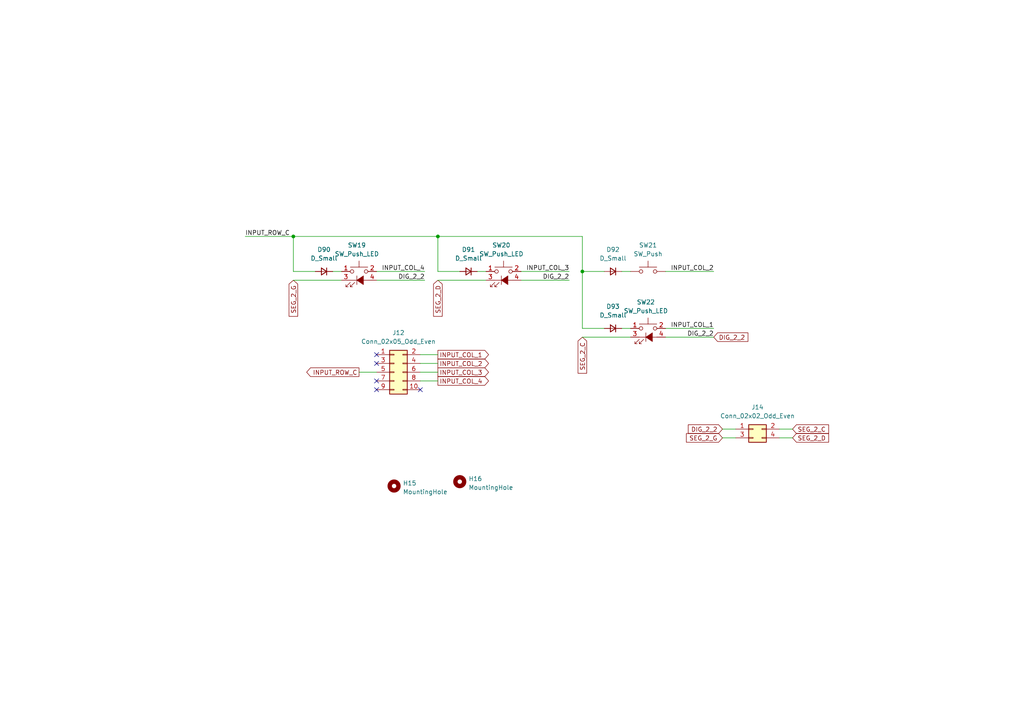
<source format=kicad_sch>
(kicad_sch (version 20211123) (generator eeschema)
  (paper "A4")
  (lib_symbols
    (symbol "Connector_Generic:Conn_02x02_Odd_Even" (pin_names (offset 1.016) hide)
      (property "Reference" "J" (at 1.27 2.54 0))
      (property "Value" "Conn_02x02_Odd_Even" (at 1.27 -5.08 0))
      (symbol "Conn_02x02_Odd_Even_1_1"
        (rectangle (start -1.27 -2.413) (end 0 -2.667) (stroke (width 0.1524)))
        (rectangle (start -1.27 0.127) (end 0 -0.127) (stroke (width 0.1524)))
        (rectangle (start -1.27 1.27) (end 3.81 -3.81) (stroke (width 0.254)) (fill (type background)))
        (rectangle (start 3.81 -2.413) (end 2.54 -2.667) (stroke (width 0.1524)))
        (rectangle (start 3.81 0.127) (end 2.54 -0.127) (stroke (width 0.1524)))
        (pin passive line (at -5.08 0 0) (length 3.81) (name "Pin_1") (number "1"))
        (pin passive line (at 7.62 0 180) (length 3.81) (name "Pin_2") (number "2"))
        (pin passive line (at -5.08 -2.54 0) (length 3.81) (name "Pin_3") (number "3"))
        (pin passive line (at 7.62 -2.54 180) (length 3.81) (name "Pin_4") (number "4"))
      )
    )
    (symbol "Connector_Generic:Conn_02x05_Odd_Even" (pin_names (offset 1.016) hide)
      (property "Reference" "J" (at 1.27 7.62 0))
      (property "Value" "Conn_02x05_Odd_Even" (at 1.27 -7.62 0))
      (symbol "Conn_02x05_Odd_Even_1_1"
        (rectangle (start -1.27 -4.953) (end 0 -5.207) (stroke (width 0.1524)))
        (rectangle (start -1.27 -2.413) (end 0 -2.667) (stroke (width 0.1524)))
        (rectangle (start -1.27 0.127) (end 0 -0.127) (stroke (width 0.1524)))
        (rectangle (start -1.27 2.667) (end 0 2.413) (stroke (width 0.1524)))
        (rectangle (start -1.27 5.207) (end 0 4.953) (stroke (width 0.1524)))
        (rectangle (start -1.27 6.35) (end 3.81 -6.35) (stroke (width 0.254)) (fill (type background)))
        (rectangle (start 3.81 -4.953) (end 2.54 -5.207) (stroke (width 0.1524)))
        (rectangle (start 3.81 -2.413) (end 2.54 -2.667) (stroke (width 0.1524)))
        (rectangle (start 3.81 0.127) (end 2.54 -0.127) (stroke (width 0.1524)))
        (rectangle (start 3.81 2.667) (end 2.54 2.413) (stroke (width 0.1524)))
        (rectangle (start 3.81 5.207) (end 2.54 4.953) (stroke (width 0.1524)))
        (pin passive line (at -5.08 5.08 0) (length 3.81) (name "Pin_1") (number "1"))
        (pin passive line (at 7.62 -5.08 180) (length 3.81) (name "Pin_10") (number "10"))
        (pin passive line (at 7.62 5.08 180) (length 3.81) (name "Pin_2") (number "2"))
        (pin passive line (at -5.08 2.54 0) (length 3.81) (name "Pin_3") (number "3"))
        (pin passive line (at 7.62 2.54 180) (length 3.81) (name "Pin_4") (number "4"))
        (pin passive line (at -5.08 0 0) (length 3.81) (name "Pin_5") (number "5"))
        (pin passive line (at 7.62 0 180) (length 3.81) (name "Pin_6") (number "6"))
        (pin passive line (at -5.08 -2.54 0) (length 3.81) (name "Pin_7") (number "7"))
        (pin passive line (at 7.62 -2.54 180) (length 3.81) (name "Pin_8") (number "8"))
        (pin passive line (at -5.08 -5.08 0) (length 3.81) (name "Pin_9") (number "9"))
      )
    )
    (symbol "Device:D_Small" (pin_numbers hide) (pin_names (offset 0.254) hide)
      (property "Reference" "D" (at -1.27 2.032 0))
      (property "Value" "D_Small" (at -3.81 -2.032 0))
      (symbol "D_Small_0_1"
        (polyline (pts (xy -0.762 -1.016) (xy -0.762 1.016)) (stroke (width 0.254)))
        (polyline (pts (xy -0.762 0) (xy 0.762 0)))
        (polyline (pts (xy 0.762 -1.016) (xy -0.762 0) (xy 0.762 1.016) (xy 0.762 -1.016)) (stroke (width 0.254)))
      )
      (symbol "D_Small_1_1"
        (pin passive line (at -2.54 0 0) (length 1.778) (name "K") (number "1"))
        (pin passive line (at 2.54 0 180) (length 1.778) (name "A") (number "2"))
      )
    )
    (symbol "Mechanical:MountingHole" (pin_names (offset 1.016))
      (property "Reference" "H" (at 0 5.08 0))
      (property "Value" "MountingHole" (at 0 3.175 0))
      (symbol "MountingHole_0_1"
        (circle (center 0 0) (radius 1.27) (stroke (width 1.27)))
      )
    )
    (symbol "Switch:SW_Push" (pin_numbers hide) (pin_names (offset 1.016) hide)
      (property "Reference" "SW" (at 1.27 2.54 0))
      (property "Value" "SW_Push" (at 0 -1.524 0))
      (symbol "SW_Push_0_1"
        (circle (center -2.032 0) (radius 0.508))
        (polyline (pts (xy 0 1.27) (xy 0 3.048)))
        (polyline (pts (xy 2.54 1.27) (xy -2.54 1.27)))
        (circle (center 2.032 0) (radius 0.508))
        (pin passive line (at -5.08 0 0) (length 2.54) (name "1") (number "1"))
        (pin passive line (at 5.08 0 180) (length 2.54) (name "2") (number "2"))
      )
    )
    (symbol "Switch:SW_Push_LED" (pin_names (offset 1.016) hide)
      (property "Reference" "SW" (at 0.635 5.715 0))
      (property "Value" "SW_Push_LED" (at 0 -3.175 0))
      (symbol "SW_Push_LED_0_0"
        (polyline (pts (xy -3.81 -1.905) (xy -2.54 -0.635)))
        (polyline (pts (xy -2.54 -1.905) (xy -1.27 -0.635)))
        (polyline (pts (xy -2.54 0) (xy 2.54 0)))
        (polyline (pts (xy -0.635 1.27) (xy -0.635 -1.27)))
        (polyline (pts (xy -3.81 -1.27) (xy -3.81 -1.905) (xy -3.175 -1.905)))
        (polyline (pts (xy -2.54 -1.27) (xy -2.54 -1.905) (xy -1.905 -1.905)))
        (polyline (pts (xy -0.635 0) (xy 1.27 1.27) (xy 1.27 -1.27) (xy -0.635 0)) (fill (type outline)))
      )
      (symbol "SW_Push_LED_0_1"
        (circle (center -2.032 2.54) (radius 0.508))
        (polyline (pts (xy 0 3.81) (xy 0 5.588)))
        (polyline (pts (xy 2.54 3.81) (xy -2.54 3.81)))
        (circle (center 2.032 2.54) (radius 0.508))
        (pin passive line (at -5.08 2.54 0) (length 2.54) (name "1") (number "1"))
        (pin passive line (at 5.08 2.54 180) (length 2.54) (name "2") (number "2"))
        (pin passive line (at -5.08 0 0) (length 2.54) (name "K") (number "3"))
        (pin passive line (at 5.08 0 180) (length 2.54) (name "A") (number "4"))
      )
    )
  )
  (junction (at 127 68.58))
  (junction (at 85.09 68.58))
  (junction (at 168.91 78.74))
  (no_connect (at 109.22 113.03))
  (no_connect (at 109.22 110.49))
  (no_connect (at 109.22 105.41))
  (no_connect (at 109.22 102.87))
  (no_connect (at 121.92 113.03))
  (wire (pts (xy 226.06 124.46) (xy 229.87 124.46)))
  (wire (pts (xy 127 81.28) (xy 140.97 81.28)))
  (wire (pts (xy 193.04 97.79) (xy 207.01 97.79)))
  (wire (pts (xy 133.35 78.74) (xy 127 78.74)))
  (wire (pts (xy 168.91 68.58) (xy 168.91 78.74)))
  (wire (pts (xy 193.04 78.74) (xy 207.01 78.74)))
  (wire (pts (xy 138.43 78.74) (xy 140.97 78.74)))
  (wire (pts (xy 85.09 68.58) (xy 127 68.58)))
  (wire (pts (xy 175.26 78.74) (xy 168.91 78.74)))
  (wire (pts (xy 85.09 78.74) (xy 85.09 68.58)))
  (wire (pts (xy 71.12 68.58) (xy 85.09 68.58)))
  (wire (pts (xy 91.44 78.74) (xy 85.09 78.74)))
  (wire (pts (xy 104.14 107.95) (xy 109.22 107.95)))
  (wire (pts (xy 209.55 124.46) (xy 213.36 124.46)))
  (wire (pts (xy 168.91 97.79) (xy 182.88 97.79)))
  (wire (pts (xy 175.26 95.25) (xy 168.91 95.25)))
  (wire (pts (xy 96.52 78.74) (xy 99.06 78.74)))
  (wire (pts (xy 121.92 105.41) (xy 127 105.41)))
  (wire (pts (xy 193.04 95.25) (xy 207.01 95.25)))
  (wire (pts (xy 109.22 81.28) (xy 123.19 81.28)))
  (wire (pts (xy 168.91 78.74) (xy 168.91 95.25)))
  (wire (pts (xy 226.06 127) (xy 229.87 127)))
  (wire (pts (xy 151.13 78.74) (xy 165.1 78.74)))
  (wire (pts (xy 209.55 127) (xy 213.36 127)))
  (wire (pts (xy 121.92 107.95) (xy 127 107.95)))
  (wire (pts (xy 109.22 78.74) (xy 123.19 78.74)))
  (wire (pts (xy 180.34 78.74) (xy 182.88 78.74)))
  (wire (pts (xy 85.09 81.28) (xy 99.06 81.28)))
  (wire (pts (xy 180.34 95.25) (xy 182.88 95.25)))
  (wire (pts (xy 127 68.58) (xy 168.91 68.58)))
  (wire (pts (xy 121.92 110.49) (xy 127 110.49)))
  (wire (pts (xy 121.92 102.87) (xy 127 102.87)))
  (wire (pts (xy 127 78.74) (xy 127 68.58)))
  (wire (pts (xy 151.13 81.28) (xy 165.1 81.28)))
  (label "INPUT_ROW_C" (at 71.12 68.58 0))
  (label "INPUT_COL_3" (at 165.1 78.74 180))
  (label "DIG_2_2" (at 207.01 97.79 180))
  (label "INPUT_COL_1" (at 207.01 95.25 180))
  (label "DIG_2_2" (at 123.19 81.28 180))
  (label "INPUT_COL_4" (at 123.19 78.74 180))
  (label "INPUT_COL_2" (at 207.01 78.74 180))
  (label "DIG_2_2" (at 165.1 81.28 180))
  (global_label "SEG_2_D" (shape input) (at 229.87 127 0) (property "Intersheet References" "${INTERSHEET_REFS}" (effects hide)))
  (global_label "SEG_2_G" (shape input) (at 85.09 81.28 270) (property "Intersheet References" "${INTERSHEET_REFS}" (effects hide)))
  (global_label "INPUT_COL_4" (shape output) (at 127 110.49 0) (property "Intersheet References" "${INTERSHEET_REFS}" (effects hide)))
  (global_label "INPUT_ROW_C" (shape output) (at 104.14 107.95 180) (property "Intersheet References" "${INTERSHEET_REFS}" (effects hide)))
  (global_label "SEG_2_G" (shape input) (at 209.55 127 180) (property "Intersheet References" "${INTERSHEET_REFS}" (effects hide)))
  (global_label "DIG_2_2" (shape input) (at 207.01 97.79 0) (property "Intersheet References" "${INTERSHEET_REFS}" (effects hide)))
  (global_label "SEG_2_C" (shape input) (at 168.91 97.79 270) (property "Intersheet References" "${INTERSHEET_REFS}" (effects hide)))
  (global_label "SEG_2_D" (shape input) (at 127 81.28 270) (property "Intersheet References" "${INTERSHEET_REFS}" (effects hide)))
  (global_label "SEG_2_C" (shape input) (at 229.87 124.46 0) (property "Intersheet References" "${INTERSHEET_REFS}" (effects hide)))
  (global_label "INPUT_COL_3" (shape output) (at 127 107.95 0) (property "Intersheet References" "${INTERSHEET_REFS}" (effects hide)))
  (global_label "DIG_2_2" (shape input) (at 209.55 124.46 180) (property "Intersheet References" "${INTERSHEET_REFS}" (effects hide)))
  (global_label "INPUT_COL_1" (shape output) (at 127 102.87 0) (property "Intersheet References" "${INTERSHEET_REFS}" (effects hide)))
  (global_label "INPUT_COL_2" (shape output) (at 127 105.41 0) (property "Intersheet References" "${INTERSHEET_REFS}" (effects hide)))
  (symbol (lib_id "Mechanical:MountingHole") (at 133.35 139.7 0) (unit 1)
    (property "Reference" "H16" (at 135.89 138.8653 0) (effects (justify left)))
    (property "Value" "MountingHole" (at 135.89 141.4022 0) (effects (justify left)))
    (property "Footprint" "MountingHole:MountingHole_3.2mm_M3" (effects hide))
  )
  (symbol (lib_id "Device:D_Small") (at 177.8 78.74 180) (unit 1)
    (property "Reference" "D92" (at 177.8 72.39 0))
    (property "Value" "D_Small" (at 177.8 74.93 0))
    (property "Footprint" "Diode_THT:D_DO-35_SOD27_P7.62mm_Horizontal" (effects hide))
  )
  (symbol (lib_id "Mechanical:MountingHole") (at 114.3 140.97 0) (unit 1)
    (property "Reference" "H15" (at 116.84 140.1353 0) (effects (justify left)))
    (property "Value" "MountingHole" (at 116.84 142.6722 0) (effects (justify left)))
    (property "Footprint" "MountingHole:MountingHole_3.2mm_M3" (effects hide))
  )
  (symbol (lib_id "Device:D_Small") (at 93.98 78.74 180) (unit 1)
    (property "Reference" "D90" (at 93.98 72.39 0))
    (property "Value" "D_Small" (at 93.98 74.93 0))
    (property "Footprint" "Diode_THT:D_DO-35_SOD27_P7.62mm_Horizontal" (effects hide))
  )
  (symbol (lib_id "Connector_Generic:Conn_02x02_Odd_Even") (at 218.44 124.46 0) (unit 1)
    (property "Reference" "J14" (at 219.71 118.11 0))
    (property "Value" "Conn_02x02_Odd_Even" (at 219.71 120.65 0))
    (property "Footprint" "Connector_PinHeader_2.54mm:PinHeader_2x02_P2.54mm_Vertical" (effects hide))
  )
  (symbol (lib_id "Switch:SW_Push_LED") (at 187.96 97.79 0) (unit 1)
    (property "Reference" "SW22" (at 187.325 87.63 0))
    (property "Value" "SW_Push_LED" (at 187.325 90.17 0))
    (property "Footprint" "Fiozera:R16-503" (effects hide))
  )
  (symbol (lib_id "Switch:SW_Push") (at 187.96 78.74 0) (unit 1)
    (property "Reference" "SW21" (at 187.96 71.12 0))
    (property "Value" "SW_Push" (at 187.96 73.66 0))
    (property "Footprint" "Connector_PinHeader_2.54mm:PinHeader_1x02_P2.54mm_Vertical" (effects hide))
  )
  (symbol (lib_id "Device:D_Small") (at 135.89 78.74 180) (unit 1)
    (property "Reference" "D91" (at 135.89 72.39 0))
    (property "Value" "D_Small" (at 135.89 74.93 0))
    (property "Footprint" "Diode_THT:D_DO-35_SOD27_P7.62mm_Horizontal" (effects hide))
  )
  (symbol (lib_id "Device:D_Small") (at 177.8 95.25 180) (unit 1)
    (property "Reference" "D93" (at 177.8 88.9 0))
    (property "Value" "D_Small" (at 177.8 91.44 0))
    (property "Footprint" "Diode_THT:D_DO-35_SOD27_P7.62mm_Horizontal" (effects hide))
  )
  (symbol (lib_id "Connector_Generic:Conn_02x05_Odd_Even") (at 114.3 107.95 0) (unit 1)
    (property "Reference" "J12" (at 115.57 96.52 0))
    (property "Value" "Conn_02x05_Odd_Even" (at 115.57 99.06 0))
    (property "Footprint" "Connector_PinHeader_2.54mm:PinHeader_2x05_P2.54mm_Vertical" (effects hide))
  )
  (symbol (lib_id "Switch:SW_Push_LED") (at 104.14 81.28 0) (unit 1)
    (property "Reference" "SW19" (at 103.505 71.12 0))
    (property "Value" "SW_Push_LED" (at 103.505 73.66 0))
    (property "Footprint" "Fiozera:R16-503" (effects hide))
  )
  (symbol (lib_id "Switch:SW_Push_LED") (at 146.05 81.28 0) (unit 1)
    (property "Reference" "SW20" (at 145.415 71.12 0))
    (property "Value" "SW_Push_LED" (at 145.415 73.66 0))
    (property "Footprint" "Fiozera:R16-503" (effects hide))
  )
)
</source>
